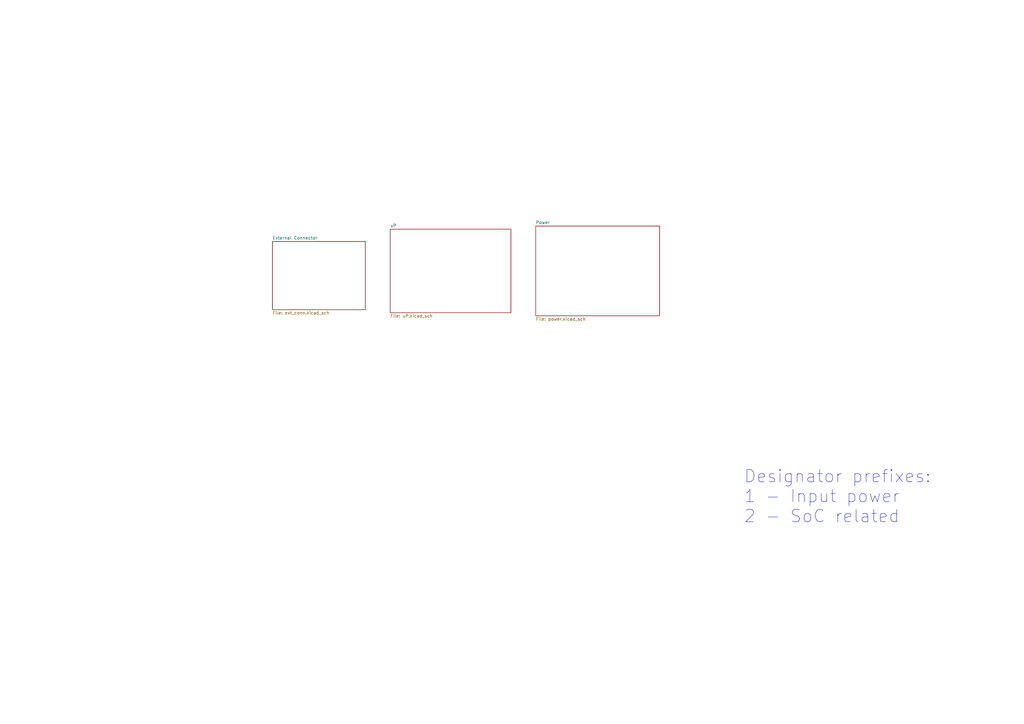
<source format=kicad_sch>
(kicad_sch
	(version 20231120)
	(generator "eeschema")
	(generator_version "8.0")
	(uuid "5d41c08e-2331-42df-a2d5-1aeb6ed4388c")
	(paper "A3")
	(title_block
		(date "2024-03-23")
	)
	(lib_symbols)
	(text "Designator prefixes:\n1 - Input power\n2 - SoC related\n"
		(exclude_from_sim no)
		(at 305.054 203.708 0)
		(effects
			(font
				(size 5.08 5.08)
			)
			(justify left)
		)
		(uuid "87c04ebb-baab-4286-885e-c41e141bbe03")
	)
	(sheet
		(at 111.76 99.06)
		(size 38.1 27.94)
		(fields_autoplaced yes)
		(stroke
			(width 0.1524)
			(type solid)
		)
		(fill
			(color 0 0 0 0.0000)
		)
		(uuid "28dc3b92-ecab-4934-a46e-011d7277e66c")
		(property "Sheetname" "External Connector"
			(at 111.76 98.3484 0)
			(effects
				(font
					(size 1.27 1.27)
				)
				(justify left bottom)
			)
		)
		(property "Sheetfile" "ext_conn.kicad_sch"
			(at 111.76 127.5846 0)
			(effects
				(font
					(size 1.27 1.27)
				)
				(justify left top)
			)
		)
		(instances
			(project "V3S-devboard-module"
				(path "/5d41c08e-2331-42df-a2d5-1aeb6ed4388c"
					(page "4")
				)
			)
		)
	)
	(sheet
		(at 219.71 92.71)
		(size 50.8 36.83)
		(fields_autoplaced yes)
		(stroke
			(width 0.1524)
			(type solid)
		)
		(fill
			(color 0 0 0 0.0000)
		)
		(uuid "5949d9b7-76b3-40a2-8931-5cd58c7934ef")
		(property "Sheetname" "Power"
			(at 219.71 91.9984 0)
			(effects
				(font
					(size 1.27 1.27)
				)
				(justify left bottom)
			)
		)
		(property "Sheetfile" "power.kicad_sch"
			(at 219.71 130.1246 0)
			(effects
				(font
					(size 1.27 1.27)
				)
				(justify left top)
			)
		)
		(instances
			(project "V3S-devboard-module"
				(path "/5d41c08e-2331-42df-a2d5-1aeb6ed4388c"
					(page "2")
				)
			)
		)
	)
	(sheet
		(at 160.02 93.98)
		(size 49.53 34.29)
		(fields_autoplaced yes)
		(stroke
			(width 0.1524)
			(type solid)
		)
		(fill
			(color 0 0 0 0.0000)
		)
		(uuid "f51f2d23-c28c-4ea4-895a-4b3207c38b48")
		(property "Sheetname" "uP"
			(at 160.02 93.2684 0)
			(effects
				(font
					(size 1.27 1.27)
				)
				(justify left bottom)
			)
		)
		(property "Sheetfile" "uP.kicad_sch"
			(at 160.02 128.8546 0)
			(effects
				(font
					(size 1.27 1.27)
				)
				(justify left top)
			)
		)
		(instances
			(project "V3S-devboard-module"
				(path "/5d41c08e-2331-42df-a2d5-1aeb6ed4388c"
					(page "3")
				)
			)
		)
	)
	(sheet_instances
		(path "/"
			(page "1")
		)
	)
)
</source>
